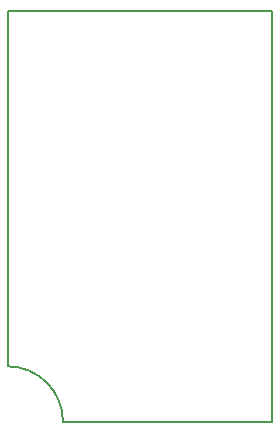
<source format=gm1>
G04 #@! TF.FileFunction,Profile,NP*
%FSLAX46Y46*%
G04 Gerber Fmt 4.6, Leading zero omitted, Abs format (unit mm)*
G04 Created by KiCad (PCBNEW 4.0.7-e2-6376~61~ubuntu18.04.1) date Mon Jun  4 01:42:22 2018*
%MOMM*%
%LPD*%
G01*
G04 APERTURE LIST*
%ADD10C,0.100000*%
%ADD11C,0.150000*%
G04 APERTURE END LIST*
D10*
D11*
X102743000Y-132080000D02*
G75*
G03X98044000Y-127381000I-4699000J0D01*
G01*
X98044000Y-127381000D02*
X98044000Y-100076000D01*
X120396000Y-132080000D02*
X102743000Y-132080000D01*
X120396000Y-97282000D02*
X120396000Y-132080000D01*
X98044000Y-100076000D02*
X98044000Y-97282000D01*
X98044000Y-97282000D02*
X120396000Y-97282000D01*
M02*

</source>
